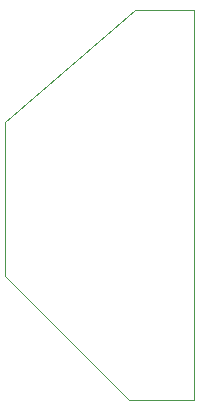
<source format=gbr>
%TF.GenerationSoftware,KiCad,Pcbnew,5.1.6-c6e7f7d~86~ubuntu18.04.1*%
%TF.CreationDate,2020-05-28T22:35:11-04:00*%
%TF.ProjectId,2020 05 FPC Breakout,32303230-2030-4352-9046-504320427265,rev?*%
%TF.SameCoordinates,Original*%
%TF.FileFunction,Profile,NP*%
%FSLAX46Y46*%
G04 Gerber Fmt 4.6, Leading zero omitted, Abs format (unit mm)*
G04 Created by KiCad (PCBNEW 5.1.6-c6e7f7d~86~ubuntu18.04.1) date 2020-05-28 22:35:11*
%MOMM*%
%LPD*%
G01*
G04 APERTURE LIST*
%TA.AperFunction,Profile*%
%ADD10C,0.050000*%
%TD*%
G04 APERTURE END LIST*
D10*
X140500000Y-73500000D02*
X145500000Y-73500000D01*
X129500000Y-83000000D02*
X140500000Y-73500000D01*
X129500000Y-96000000D02*
X129500000Y-83000000D01*
X140000000Y-106500000D02*
X129500000Y-96000000D01*
X145500000Y-106500000D02*
X140000000Y-106500000D01*
X145500000Y-73500000D02*
X145500000Y-106500000D01*
M02*

</source>
